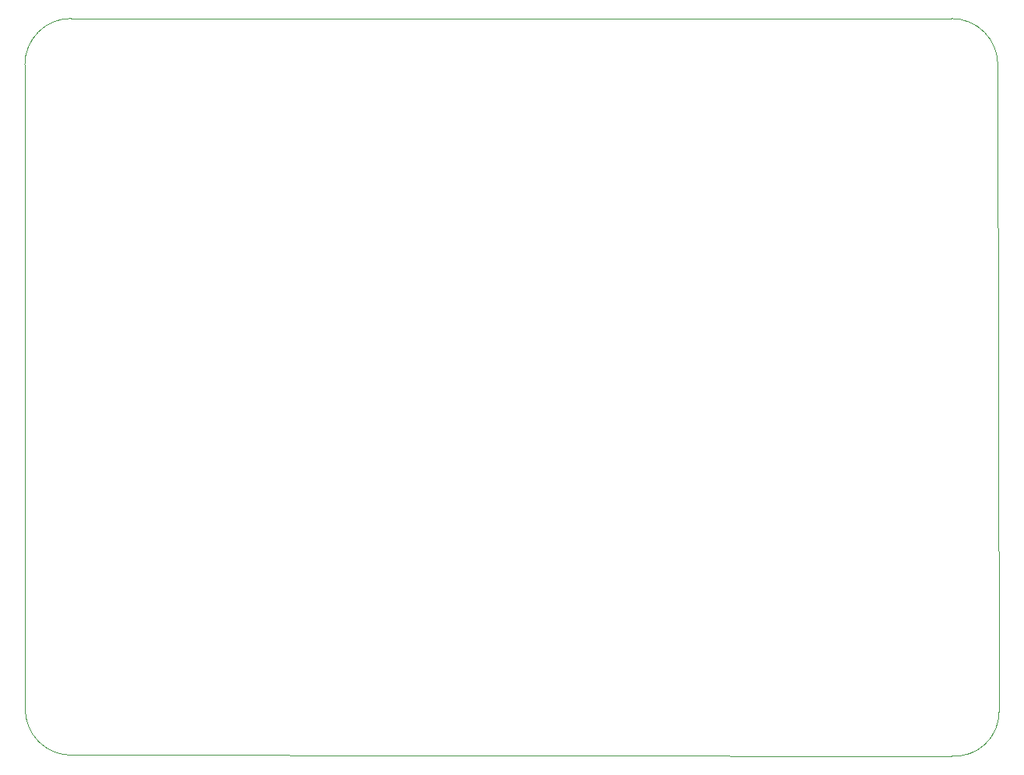
<source format=gm1>
G04 #@! TF.GenerationSoftware,KiCad,Pcbnew,7.0.9*
G04 #@! TF.CreationDate,2024-04-18T23:25:52+05:30*
G04 #@! TF.ProjectId,Battery-psu,42617474-6572-4792-9d70-73752e6b6963,rev?*
G04 #@! TF.SameCoordinates,Original*
G04 #@! TF.FileFunction,Profile,NP*
%FSLAX46Y46*%
G04 Gerber Fmt 4.6, Leading zero omitted, Abs format (unit mm)*
G04 Created by KiCad (PCBNEW 7.0.9) date 2024-04-18 23:25:52*
%MOMM*%
%LPD*%
G01*
G04 APERTURE LIST*
G04 #@! TA.AperFunction,Profile*
%ADD10C,0.100000*%
G04 #@! TD*
G04 APERTURE END LIST*
D10*
X110000000Y-54918851D02*
G75*
G03*
X104956743Y-59929186I-32819J-5010331D01*
G01*
X210660000Y-59935534D02*
X210803108Y-130308337D01*
X105000000Y-130000000D02*
G75*
G03*
X110000000Y-135000000I5000000J0D01*
G01*
X110000000Y-54918851D02*
X205660000Y-54935534D01*
X110000000Y-135000000D02*
X205660000Y-135102000D01*
X205660000Y-135102000D02*
G75*
G03*
X210803108Y-130308337I337574J4793663D01*
G01*
X105000000Y-130000000D02*
X104956743Y-59929186D01*
X210660000Y-59935534D02*
G75*
G03*
X205660000Y-54935534I-4999966J34D01*
G01*
M02*

</source>
